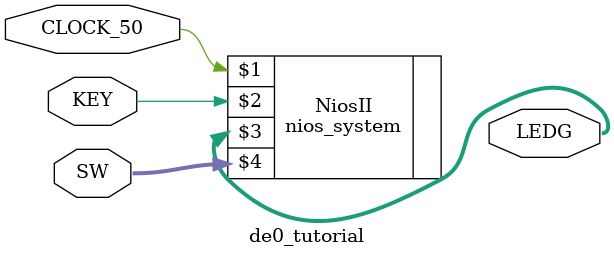
<source format=v>

module de0_tutorial (SW, KEY, CLOCK_50, LEDG);
input [7:0] SW;
input [0:0] KEY;
input CLOCK_50;
output [7:0] LEDG;
// Instantiate the Nios II system module generated by the SOPC Builder:
// nios_system (clk_0, reset_n, out_port_from_the_LEDs, in_port_to_the_Switches)
nios_system NiosII (CLOCK_50, KEY[0], LEDG, SW);

endmodule

</source>
